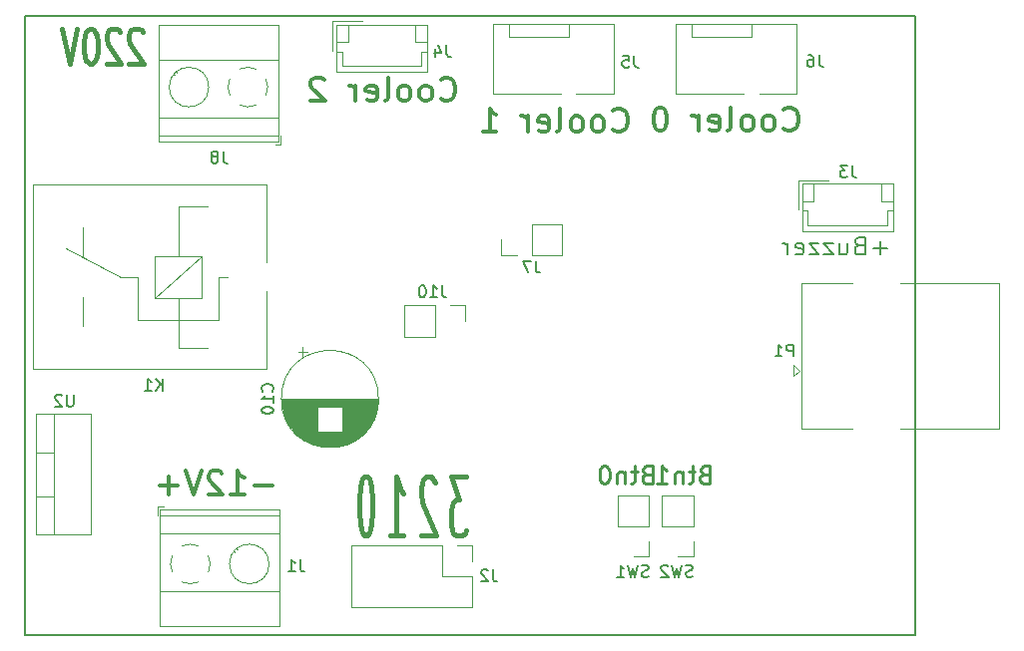
<source format=gbr>
G04 #@! TF.GenerationSoftware,KiCad,Pcbnew,5.1.6*
G04 #@! TF.CreationDate,2020-10-24T20:22:56+03:00*
G04 #@! TF.ProjectId,stm32,73746d33-322e-46b6-9963-61645f706362,rev?*
G04 #@! TF.SameCoordinates,Original*
G04 #@! TF.FileFunction,Legend,Bot*
G04 #@! TF.FilePolarity,Positive*
%FSLAX46Y46*%
G04 Gerber Fmt 4.6, Leading zero omitted, Abs format (unit mm)*
G04 Created by KiCad (PCBNEW 5.1.6) date 2020-10-24 20:22:56*
%MOMM*%
%LPD*%
G01*
G04 APERTURE LIST*
%ADD10C,0.200000*%
%ADD11C,0.250000*%
%ADD12C,0.400000*%
%ADD13C,0.300000*%
G04 #@! TA.AperFunction,Profile*
%ADD14C,0.150000*%
G04 #@! TD*
%ADD15C,0.120000*%
%ADD16C,0.150000*%
G04 APERTURE END LIST*
D10*
X111091928Y-71665142D02*
X109949071Y-71665142D01*
X110520500Y-72236571D02*
X110520500Y-71093714D01*
X108734785Y-71450857D02*
X108520500Y-71522285D01*
X108449071Y-71593714D01*
X108377642Y-71736571D01*
X108377642Y-71950857D01*
X108449071Y-72093714D01*
X108520500Y-72165142D01*
X108663357Y-72236571D01*
X109234785Y-72236571D01*
X109234785Y-70736571D01*
X108734785Y-70736571D01*
X108591928Y-70808000D01*
X108520500Y-70879428D01*
X108449071Y-71022285D01*
X108449071Y-71165142D01*
X108520500Y-71308000D01*
X108591928Y-71379428D01*
X108734785Y-71450857D01*
X109234785Y-71450857D01*
X107091928Y-71236571D02*
X107091928Y-72236571D01*
X107734785Y-71236571D02*
X107734785Y-72022285D01*
X107663357Y-72165142D01*
X107520500Y-72236571D01*
X107306214Y-72236571D01*
X107163357Y-72165142D01*
X107091928Y-72093714D01*
X106520500Y-71236571D02*
X105734785Y-71236571D01*
X106520500Y-72236571D01*
X105734785Y-72236571D01*
X105306214Y-71236571D02*
X104520500Y-71236571D01*
X105306214Y-72236571D01*
X104520500Y-72236571D01*
X103377642Y-72165142D02*
X103520500Y-72236571D01*
X103806214Y-72236571D01*
X103949071Y-72165142D01*
X104020500Y-72022285D01*
X104020500Y-71450857D01*
X103949071Y-71308000D01*
X103806214Y-71236571D01*
X103520500Y-71236571D01*
X103377642Y-71308000D01*
X103306214Y-71450857D01*
X103306214Y-71593714D01*
X104020500Y-71736571D01*
X102663357Y-72236571D02*
X102663357Y-71236571D01*
X102663357Y-71522285D02*
X102591928Y-71379428D01*
X102520500Y-71308000D01*
X102377642Y-71236571D01*
X102234785Y-71236571D01*
D11*
X95594285Y-90881857D02*
X95380000Y-90953285D01*
X95308571Y-91024714D01*
X95237142Y-91167571D01*
X95237142Y-91381857D01*
X95308571Y-91524714D01*
X95380000Y-91596142D01*
X95522857Y-91667571D01*
X96094285Y-91667571D01*
X96094285Y-90167571D01*
X95594285Y-90167571D01*
X95451428Y-90239000D01*
X95380000Y-90310428D01*
X95308571Y-90453285D01*
X95308571Y-90596142D01*
X95380000Y-90739000D01*
X95451428Y-90810428D01*
X95594285Y-90881857D01*
X96094285Y-90881857D01*
X94808571Y-90667571D02*
X94237142Y-90667571D01*
X94594285Y-90167571D02*
X94594285Y-91453285D01*
X94522857Y-91596142D01*
X94380000Y-91667571D01*
X94237142Y-91667571D01*
X93737142Y-90667571D02*
X93737142Y-91667571D01*
X93737142Y-90810428D02*
X93665714Y-90739000D01*
X93522857Y-90667571D01*
X93308571Y-90667571D01*
X93165714Y-90739000D01*
X93094285Y-90881857D01*
X93094285Y-91667571D01*
X91594285Y-91667571D02*
X92451428Y-91667571D01*
X92022857Y-91667571D02*
X92022857Y-90167571D01*
X92165714Y-90381857D01*
X92308571Y-90524714D01*
X92451428Y-90596142D01*
X90704785Y-90881857D02*
X90490500Y-90953285D01*
X90419071Y-91024714D01*
X90347642Y-91167571D01*
X90347642Y-91381857D01*
X90419071Y-91524714D01*
X90490500Y-91596142D01*
X90633357Y-91667571D01*
X91204785Y-91667571D01*
X91204785Y-90167571D01*
X90704785Y-90167571D01*
X90561928Y-90239000D01*
X90490500Y-90310428D01*
X90419071Y-90453285D01*
X90419071Y-90596142D01*
X90490500Y-90739000D01*
X90561928Y-90810428D01*
X90704785Y-90881857D01*
X91204785Y-90881857D01*
X89919071Y-90667571D02*
X89347642Y-90667571D01*
X89704785Y-90167571D02*
X89704785Y-91453285D01*
X89633357Y-91596142D01*
X89490500Y-91667571D01*
X89347642Y-91667571D01*
X88847642Y-90667571D02*
X88847642Y-91667571D01*
X88847642Y-90810428D02*
X88776214Y-90739000D01*
X88633357Y-90667571D01*
X88419071Y-90667571D01*
X88276214Y-90739000D01*
X88204785Y-90881857D01*
X88204785Y-91667571D01*
X87204785Y-90167571D02*
X87061928Y-90167571D01*
X86919071Y-90239000D01*
X86847642Y-90310428D01*
X86776214Y-90453285D01*
X86704785Y-90739000D01*
X86704785Y-91096142D01*
X86776214Y-91381857D01*
X86847642Y-91524714D01*
X86919071Y-91596142D01*
X87061928Y-91667571D01*
X87204785Y-91667571D01*
X87347642Y-91596142D01*
X87419071Y-91524714D01*
X87490500Y-91381857D01*
X87561928Y-91096142D01*
X87561928Y-90739000D01*
X87490500Y-90453285D01*
X87419071Y-90310428D01*
X87347642Y-90239000D01*
X87204785Y-90167571D01*
D12*
X47937333Y-53309857D02*
X47842095Y-53167000D01*
X47651619Y-53024142D01*
X47175428Y-53024142D01*
X46984952Y-53167000D01*
X46889714Y-53309857D01*
X46794476Y-53595571D01*
X46794476Y-53881285D01*
X46889714Y-54309857D01*
X48032571Y-56024142D01*
X46794476Y-56024142D01*
X46032571Y-53309857D02*
X45937333Y-53167000D01*
X45746857Y-53024142D01*
X45270666Y-53024142D01*
X45080190Y-53167000D01*
X44984952Y-53309857D01*
X44889714Y-53595571D01*
X44889714Y-53881285D01*
X44984952Y-54309857D01*
X46127809Y-56024142D01*
X44889714Y-56024142D01*
X43651619Y-53024142D02*
X43461142Y-53024142D01*
X43270666Y-53167000D01*
X43175428Y-53309857D01*
X43080190Y-53595571D01*
X42984952Y-54167000D01*
X42984952Y-54881285D01*
X43080190Y-55452714D01*
X43175428Y-55738428D01*
X43270666Y-55881285D01*
X43461142Y-56024142D01*
X43651619Y-56024142D01*
X43842095Y-55881285D01*
X43937333Y-55738428D01*
X44032571Y-55452714D01*
X44127809Y-54881285D01*
X44127809Y-54167000D01*
X44032571Y-53595571D01*
X43937333Y-53309857D01*
X43842095Y-53167000D01*
X43651619Y-53024142D01*
X42413523Y-53024142D02*
X41746857Y-56024142D01*
X41080190Y-53024142D01*
D13*
X73257761Y-59000785D02*
X73353000Y-59096023D01*
X73638714Y-59191261D01*
X73829190Y-59191261D01*
X74114904Y-59096023D01*
X74305380Y-58905547D01*
X74400619Y-58715071D01*
X74495857Y-58334119D01*
X74495857Y-58048404D01*
X74400619Y-57667452D01*
X74305380Y-57476976D01*
X74114904Y-57286500D01*
X73829190Y-57191261D01*
X73638714Y-57191261D01*
X73353000Y-57286500D01*
X73257761Y-57381738D01*
X72114904Y-59191261D02*
X72305380Y-59096023D01*
X72400619Y-59000785D01*
X72495857Y-58810309D01*
X72495857Y-58238880D01*
X72400619Y-58048404D01*
X72305380Y-57953166D01*
X72114904Y-57857928D01*
X71829190Y-57857928D01*
X71638714Y-57953166D01*
X71543476Y-58048404D01*
X71448238Y-58238880D01*
X71448238Y-58810309D01*
X71543476Y-59000785D01*
X71638714Y-59096023D01*
X71829190Y-59191261D01*
X72114904Y-59191261D01*
X70305380Y-59191261D02*
X70495857Y-59096023D01*
X70591095Y-59000785D01*
X70686333Y-58810309D01*
X70686333Y-58238880D01*
X70591095Y-58048404D01*
X70495857Y-57953166D01*
X70305380Y-57857928D01*
X70019666Y-57857928D01*
X69829190Y-57953166D01*
X69733952Y-58048404D01*
X69638714Y-58238880D01*
X69638714Y-58810309D01*
X69733952Y-59000785D01*
X69829190Y-59096023D01*
X70019666Y-59191261D01*
X70305380Y-59191261D01*
X68495857Y-59191261D02*
X68686333Y-59096023D01*
X68781571Y-58905547D01*
X68781571Y-57191261D01*
X66972047Y-59096023D02*
X67162523Y-59191261D01*
X67543476Y-59191261D01*
X67733952Y-59096023D01*
X67829190Y-58905547D01*
X67829190Y-58143642D01*
X67733952Y-57953166D01*
X67543476Y-57857928D01*
X67162523Y-57857928D01*
X66972047Y-57953166D01*
X66876809Y-58143642D01*
X66876809Y-58334119D01*
X67829190Y-58524595D01*
X66019666Y-59191261D02*
X66019666Y-57857928D01*
X66019666Y-58238880D02*
X65924428Y-58048404D01*
X65829190Y-57953166D01*
X65638714Y-57857928D01*
X65448238Y-57857928D01*
X63353000Y-57381738D02*
X63257761Y-57286500D01*
X63067285Y-57191261D01*
X62591095Y-57191261D01*
X62400619Y-57286500D01*
X62305380Y-57381738D01*
X62210142Y-57572214D01*
X62210142Y-57762690D01*
X62305380Y-58048404D01*
X63448238Y-59191261D01*
X62210142Y-59191261D01*
X87862761Y-61604285D02*
X87958000Y-61699523D01*
X88243714Y-61794761D01*
X88434190Y-61794761D01*
X88719904Y-61699523D01*
X88910380Y-61509047D01*
X89005619Y-61318571D01*
X89100857Y-60937619D01*
X89100857Y-60651904D01*
X89005619Y-60270952D01*
X88910380Y-60080476D01*
X88719904Y-59890000D01*
X88434190Y-59794761D01*
X88243714Y-59794761D01*
X87958000Y-59890000D01*
X87862761Y-59985238D01*
X86719904Y-61794761D02*
X86910380Y-61699523D01*
X87005619Y-61604285D01*
X87100857Y-61413809D01*
X87100857Y-60842380D01*
X87005619Y-60651904D01*
X86910380Y-60556666D01*
X86719904Y-60461428D01*
X86434190Y-60461428D01*
X86243714Y-60556666D01*
X86148476Y-60651904D01*
X86053238Y-60842380D01*
X86053238Y-61413809D01*
X86148476Y-61604285D01*
X86243714Y-61699523D01*
X86434190Y-61794761D01*
X86719904Y-61794761D01*
X84910380Y-61794761D02*
X85100857Y-61699523D01*
X85196095Y-61604285D01*
X85291333Y-61413809D01*
X85291333Y-60842380D01*
X85196095Y-60651904D01*
X85100857Y-60556666D01*
X84910380Y-60461428D01*
X84624666Y-60461428D01*
X84434190Y-60556666D01*
X84338952Y-60651904D01*
X84243714Y-60842380D01*
X84243714Y-61413809D01*
X84338952Y-61604285D01*
X84434190Y-61699523D01*
X84624666Y-61794761D01*
X84910380Y-61794761D01*
X83100857Y-61794761D02*
X83291333Y-61699523D01*
X83386571Y-61509047D01*
X83386571Y-59794761D01*
X81577047Y-61699523D02*
X81767523Y-61794761D01*
X82148476Y-61794761D01*
X82338952Y-61699523D01*
X82434190Y-61509047D01*
X82434190Y-60747142D01*
X82338952Y-60556666D01*
X82148476Y-60461428D01*
X81767523Y-60461428D01*
X81577047Y-60556666D01*
X81481809Y-60747142D01*
X81481809Y-60937619D01*
X82434190Y-61128095D01*
X80624666Y-61794761D02*
X80624666Y-60461428D01*
X80624666Y-60842380D02*
X80529428Y-60651904D01*
X80434190Y-60556666D01*
X80243714Y-60461428D01*
X80053238Y-60461428D01*
X76815142Y-61794761D02*
X77958000Y-61794761D01*
X77386571Y-61794761D02*
X77386571Y-59794761D01*
X77577047Y-60080476D01*
X77767523Y-60270952D01*
X77958000Y-60366190D01*
X102340761Y-61540785D02*
X102436000Y-61636023D01*
X102721714Y-61731261D01*
X102912190Y-61731261D01*
X103197904Y-61636023D01*
X103388380Y-61445547D01*
X103483619Y-61255071D01*
X103578857Y-60874119D01*
X103578857Y-60588404D01*
X103483619Y-60207452D01*
X103388380Y-60016976D01*
X103197904Y-59826500D01*
X102912190Y-59731261D01*
X102721714Y-59731261D01*
X102436000Y-59826500D01*
X102340761Y-59921738D01*
X101197904Y-61731261D02*
X101388380Y-61636023D01*
X101483619Y-61540785D01*
X101578857Y-61350309D01*
X101578857Y-60778880D01*
X101483619Y-60588404D01*
X101388380Y-60493166D01*
X101197904Y-60397928D01*
X100912190Y-60397928D01*
X100721714Y-60493166D01*
X100626476Y-60588404D01*
X100531238Y-60778880D01*
X100531238Y-61350309D01*
X100626476Y-61540785D01*
X100721714Y-61636023D01*
X100912190Y-61731261D01*
X101197904Y-61731261D01*
X99388380Y-61731261D02*
X99578857Y-61636023D01*
X99674095Y-61540785D01*
X99769333Y-61350309D01*
X99769333Y-60778880D01*
X99674095Y-60588404D01*
X99578857Y-60493166D01*
X99388380Y-60397928D01*
X99102666Y-60397928D01*
X98912190Y-60493166D01*
X98816952Y-60588404D01*
X98721714Y-60778880D01*
X98721714Y-61350309D01*
X98816952Y-61540785D01*
X98912190Y-61636023D01*
X99102666Y-61731261D01*
X99388380Y-61731261D01*
X97578857Y-61731261D02*
X97769333Y-61636023D01*
X97864571Y-61445547D01*
X97864571Y-59731261D01*
X96055047Y-61636023D02*
X96245523Y-61731261D01*
X96626476Y-61731261D01*
X96816952Y-61636023D01*
X96912190Y-61445547D01*
X96912190Y-60683642D01*
X96816952Y-60493166D01*
X96626476Y-60397928D01*
X96245523Y-60397928D01*
X96055047Y-60493166D01*
X95959809Y-60683642D01*
X95959809Y-60874119D01*
X96912190Y-61064595D01*
X95102666Y-61731261D02*
X95102666Y-60397928D01*
X95102666Y-60778880D02*
X95007428Y-60588404D01*
X94912190Y-60493166D01*
X94721714Y-60397928D01*
X94531238Y-60397928D01*
X91959809Y-59731261D02*
X91769333Y-59731261D01*
X91578857Y-59826500D01*
X91483619Y-59921738D01*
X91388380Y-60112214D01*
X91293142Y-60493166D01*
X91293142Y-60969357D01*
X91388380Y-61350309D01*
X91483619Y-61540785D01*
X91578857Y-61636023D01*
X91769333Y-61731261D01*
X91959809Y-61731261D01*
X92150285Y-61636023D01*
X92245523Y-61540785D01*
X92340761Y-61350309D01*
X92436000Y-60969357D01*
X92436000Y-60493166D01*
X92340761Y-60112214D01*
X92245523Y-59921738D01*
X92150285Y-59826500D01*
X91959809Y-59731261D01*
X58954404Y-91830357D02*
X57430595Y-91830357D01*
X55430595Y-92592261D02*
X56573452Y-92592261D01*
X56002023Y-92592261D02*
X56002023Y-90592261D01*
X56192500Y-90877976D01*
X56382976Y-91068452D01*
X56573452Y-91163690D01*
X54668690Y-90782738D02*
X54573452Y-90687500D01*
X54382976Y-90592261D01*
X53906785Y-90592261D01*
X53716309Y-90687500D01*
X53621071Y-90782738D01*
X53525833Y-90973214D01*
X53525833Y-91163690D01*
X53621071Y-91449404D01*
X54763928Y-92592261D01*
X53525833Y-92592261D01*
X52954404Y-90592261D02*
X52287738Y-92592261D01*
X51621071Y-90592261D01*
X50954404Y-91830357D02*
X49430595Y-91830357D01*
X50192500Y-92592261D02*
X50192500Y-91068452D01*
D12*
X66987738Y-91044904D02*
X66797261Y-91044904D01*
X66606785Y-91283000D01*
X66511547Y-91521095D01*
X66416309Y-91997285D01*
X66321071Y-92949666D01*
X66321071Y-94140142D01*
X66416309Y-95092523D01*
X66511547Y-95568714D01*
X66606785Y-95806809D01*
X66797261Y-96044904D01*
X66987738Y-96044904D01*
X67178214Y-95806809D01*
X67273452Y-95568714D01*
X67368690Y-95092523D01*
X67463928Y-94140142D01*
X67463928Y-92949666D01*
X67368690Y-91997285D01*
X67273452Y-91521095D01*
X67178214Y-91283000D01*
X66987738Y-91044904D01*
X68924571Y-96044904D02*
X70067428Y-96044904D01*
X69496000Y-96044904D02*
X69496000Y-91044904D01*
X69686476Y-91759190D01*
X69876952Y-92235380D01*
X70067428Y-92473476D01*
X72734428Y-91584595D02*
X72639190Y-91346500D01*
X72448714Y-91108404D01*
X71972523Y-91108404D01*
X71782047Y-91346500D01*
X71686809Y-91584595D01*
X71591571Y-92060785D01*
X71591571Y-92536976D01*
X71686809Y-93251261D01*
X72829666Y-96108404D01*
X71591571Y-96108404D01*
X75369666Y-91108404D02*
X74131571Y-91108404D01*
X74798238Y-93013166D01*
X74512523Y-93013166D01*
X74322047Y-93251261D01*
X74226809Y-93489357D01*
X74131571Y-93965547D01*
X74131571Y-95156023D01*
X74226809Y-95632214D01*
X74322047Y-95870309D01*
X74512523Y-96108404D01*
X75083952Y-96108404D01*
X75274428Y-95870309D01*
X75369666Y-95632214D01*
D14*
X38000000Y-104500000D02*
X38000000Y-52000000D01*
X113500000Y-104500000D02*
X38000000Y-104500000D01*
X113500000Y-52000000D02*
X113500000Y-104500000D01*
X38000000Y-52000000D02*
X113500000Y-52000000D01*
D15*
X99580000Y-53710000D02*
X99580000Y-52700000D01*
X94500000Y-53710000D02*
X99580000Y-53710000D01*
X94500000Y-52700000D02*
X94500000Y-53710000D01*
X93150000Y-52600000D02*
X93150000Y-58600000D01*
X103450000Y-52600000D02*
X93150000Y-52600000D01*
X103450000Y-58550000D02*
X103450000Y-52600000D01*
X100250000Y-58550000D02*
X103450000Y-58550000D01*
X93150000Y-58600000D02*
X98900000Y-58600000D01*
X77650000Y-58600000D02*
X83400000Y-58600000D01*
X84750000Y-58550000D02*
X87950000Y-58550000D01*
X87950000Y-58550000D02*
X87950000Y-52600000D01*
X87950000Y-52600000D02*
X77650000Y-52600000D01*
X77650000Y-52600000D02*
X77650000Y-58600000D01*
X79000000Y-52700000D02*
X79000000Y-53710000D01*
X79000000Y-53710000D02*
X84080000Y-53710000D01*
X84080000Y-53710000D02*
X84080000Y-52700000D01*
X49200000Y-93600000D02*
X49700000Y-93600000D01*
X49200000Y-94340000D02*
X49200000Y-93600000D01*
X55773000Y-97477000D02*
X55726000Y-97431000D01*
X58070000Y-99775000D02*
X58035000Y-99739000D01*
X55966000Y-97261000D02*
X55931000Y-97226000D01*
X58275000Y-99569000D02*
X58228000Y-99523000D01*
X59560000Y-103761000D02*
X59560000Y-93840000D01*
X49440000Y-103761000D02*
X49440000Y-93840000D01*
X49440000Y-93840000D02*
X59560000Y-93840000D01*
X49440000Y-103761000D02*
X59560000Y-103761000D01*
X49440000Y-100801000D02*
X59560000Y-100801000D01*
X49440000Y-95900000D02*
X59560000Y-95900000D01*
X49440000Y-94400000D02*
X59560000Y-94400000D01*
X58680000Y-98500000D02*
G75*
G03*
X58680000Y-98500000I-1680000J0D01*
G01*
X52683318Y-96965244D02*
G75*
G03*
X52000000Y-96820000I-683318J-1534756D01*
G01*
X53535426Y-99183042D02*
G75*
G03*
X53535000Y-97816000I-1535426J683042D01*
G01*
X51316958Y-100035426D02*
G75*
G03*
X52684000Y-100035000I683042J1535426D01*
G01*
X50464574Y-97816958D02*
G75*
G03*
X50465000Y-99184000I1535426J-683042D01*
G01*
X52028805Y-96819747D02*
G75*
G03*
X51316000Y-96965000I-28805J-1680253D01*
G01*
X75932000Y-98255500D02*
X75932000Y-96925500D01*
X75932000Y-96925500D02*
X74602000Y-96925500D01*
X75932000Y-99525500D02*
X73332000Y-99525500D01*
X73332000Y-99525500D02*
X73332000Y-96925500D01*
X73332000Y-96925500D02*
X65652000Y-96925500D01*
X65652000Y-102125500D02*
X65652000Y-96925500D01*
X75932000Y-102125500D02*
X65652000Y-102125500D01*
X75932000Y-102125500D02*
X75932000Y-99525500D01*
X103890000Y-70210000D02*
X103890000Y-66190000D01*
X103890000Y-66190000D02*
X111610000Y-66190000D01*
X111610000Y-66190000D02*
X111610000Y-70210000D01*
X111610000Y-70210000D02*
X103890000Y-70210000D01*
X103890000Y-68500000D02*
X104390000Y-68500000D01*
X104390000Y-68500000D02*
X104390000Y-69710000D01*
X104390000Y-69710000D02*
X111110000Y-69710000D01*
X111110000Y-69710000D02*
X111110000Y-68500000D01*
X111110000Y-68500000D02*
X111610000Y-68500000D01*
X103890000Y-67690000D02*
X104890000Y-67690000D01*
X104890000Y-67690000D02*
X104890000Y-66190000D01*
X111610000Y-67690000D02*
X110610000Y-67690000D01*
X110610000Y-67690000D02*
X110610000Y-66190000D01*
X103590000Y-68390000D02*
X103590000Y-65890000D01*
X103590000Y-65890000D02*
X106090000Y-65890000D01*
X64090000Y-52390000D02*
X66590000Y-52390000D01*
X64090000Y-54890000D02*
X64090000Y-52390000D01*
X71110000Y-54190000D02*
X71110000Y-52690000D01*
X72110000Y-54190000D02*
X71110000Y-54190000D01*
X65390000Y-54190000D02*
X65390000Y-52690000D01*
X64390000Y-54190000D02*
X65390000Y-54190000D01*
X71610000Y-55000000D02*
X72110000Y-55000000D01*
X71610000Y-56210000D02*
X71610000Y-55000000D01*
X64890000Y-56210000D02*
X71610000Y-56210000D01*
X64890000Y-55000000D02*
X64890000Y-56210000D01*
X64390000Y-55000000D02*
X64890000Y-55000000D01*
X72110000Y-56710000D02*
X64390000Y-56710000D01*
X72110000Y-52690000D02*
X72110000Y-56710000D01*
X64390000Y-52690000D02*
X72110000Y-52690000D01*
X64390000Y-56710000D02*
X64390000Y-52690000D01*
X59685500Y-62900000D02*
X59185500Y-62900000D01*
X59685500Y-62160000D02*
X59685500Y-62900000D01*
X53112500Y-59023000D02*
X53159500Y-59069000D01*
X50815500Y-56725000D02*
X50850500Y-56761000D01*
X52919500Y-59239000D02*
X52954500Y-59274000D01*
X50610500Y-56931000D02*
X50657500Y-56977000D01*
X49325500Y-52739000D02*
X49325500Y-62660000D01*
X59445500Y-52739000D02*
X59445500Y-62660000D01*
X59445500Y-62660000D02*
X49325500Y-62660000D01*
X59445500Y-52739000D02*
X49325500Y-52739000D01*
X59445500Y-55699000D02*
X49325500Y-55699000D01*
X59445500Y-60600000D02*
X49325500Y-60600000D01*
X59445500Y-62100000D02*
X49325500Y-62100000D01*
X53565500Y-58000000D02*
G75*
G03*
X53565500Y-58000000I-1680000J0D01*
G01*
X56202182Y-59534756D02*
G75*
G03*
X56885500Y-59680000I683318J1534756D01*
G01*
X55350074Y-57316958D02*
G75*
G03*
X55350500Y-58684000I1535426J-683042D01*
G01*
X57568542Y-56464574D02*
G75*
G03*
X56201500Y-56465000I-683042J-1535426D01*
G01*
X58420926Y-58683042D02*
G75*
G03*
X58420500Y-57316000I-1535426J683042D01*
G01*
X56856695Y-59680253D02*
G75*
G03*
X57569500Y-59535000I28805J1680253D01*
G01*
X58425200Y-75307720D02*
X58425200Y-81907720D01*
X58425200Y-66307720D02*
X58425200Y-72907720D01*
X58425200Y-66307720D02*
X38625200Y-66307720D01*
X38625200Y-66307720D02*
X38625200Y-81907720D01*
X38625200Y-81907720D02*
X58425200Y-81907720D01*
X42875200Y-78307720D02*
X42875200Y-75857720D01*
X42875200Y-69907720D02*
X42875200Y-72407720D01*
X53475200Y-80157720D02*
X50975200Y-80157720D01*
X54375200Y-74157720D02*
X55175200Y-74157720D01*
X50975200Y-68157720D02*
X53475200Y-68157720D01*
X47575200Y-74157720D02*
X46075200Y-74157720D01*
X46075200Y-74157720D02*
X41475200Y-71657720D01*
X47575200Y-77757720D02*
X54375200Y-77757720D01*
X47575200Y-74157720D02*
X47575200Y-77757720D01*
X54375200Y-74157720D02*
X54375200Y-77757720D01*
X50975200Y-68157720D02*
X50975200Y-72357720D01*
X50975200Y-75957720D02*
X50975200Y-80157720D01*
X48975200Y-75957720D02*
X52975200Y-72357720D01*
X52975200Y-75957720D02*
X52975200Y-72357720D01*
X52975200Y-72357720D02*
X48975200Y-72357720D01*
X48975200Y-72357720D02*
X48975200Y-75957720D01*
X48975200Y-75957720D02*
X52975200Y-75957720D01*
X103143000Y-81563000D02*
X103643000Y-82063000D01*
X103143000Y-82563000D02*
X103143000Y-81563000D01*
X103643000Y-82063000D02*
X103143000Y-82563000D01*
X120583000Y-74653000D02*
X112223000Y-74653000D01*
X120583000Y-86973000D02*
X120583000Y-74653000D01*
X112223000Y-86973000D02*
X120583000Y-86973000D01*
X103863000Y-74653000D02*
X108123000Y-74653000D01*
X103863000Y-86973000D02*
X103863000Y-74653000D01*
X108123000Y-86973000D02*
X103863000Y-86973000D01*
X88258000Y-95271000D02*
X90918000Y-95271000D01*
X88258000Y-95271000D02*
X88258000Y-92671000D01*
X88258000Y-92671000D02*
X90918000Y-92671000D01*
X90918000Y-95271000D02*
X90918000Y-92671000D01*
X90918000Y-97871000D02*
X90918000Y-96541000D01*
X89588000Y-97871000D02*
X90918000Y-97871000D01*
X93334500Y-97871000D02*
X94664500Y-97871000D01*
X94664500Y-97871000D02*
X94664500Y-96541000D01*
X94664500Y-95271000D02*
X94664500Y-92671000D01*
X92004500Y-92671000D02*
X94664500Y-92671000D01*
X92004500Y-95271000D02*
X92004500Y-92671000D01*
X92004500Y-95271000D02*
X94664500Y-95271000D01*
X38883500Y-92740500D02*
X40393500Y-92740500D01*
X38883500Y-89039500D02*
X40393500Y-89039500D01*
X40393500Y-85769500D02*
X40393500Y-96009500D01*
X38883500Y-96009500D02*
X43524500Y-96009500D01*
X38883500Y-85769500D02*
X43524500Y-85769500D01*
X43524500Y-85769500D02*
X43524500Y-96009500D01*
X38883500Y-85769500D02*
X38883500Y-96009500D01*
X78352000Y-70950500D02*
X78352000Y-72280500D01*
X78352000Y-72280500D02*
X79682000Y-72280500D01*
X80952000Y-72280500D02*
X83552000Y-72280500D01*
X83552000Y-69620500D02*
X83552000Y-72280500D01*
X80952000Y-69620500D02*
X83552000Y-69620500D01*
X80952000Y-69620500D02*
X80952000Y-72280500D01*
X72730000Y-79202000D02*
X72730000Y-76542000D01*
X72730000Y-79202000D02*
X70130000Y-79202000D01*
X70130000Y-79202000D02*
X70130000Y-76542000D01*
X72730000Y-76542000D02*
X70130000Y-76542000D01*
X75330000Y-76542000D02*
X74000000Y-76542000D01*
X75330000Y-77872000D02*
X75330000Y-76542000D01*
X61129500Y-80474302D02*
X61929500Y-80474302D01*
X61529500Y-80074302D02*
X61529500Y-80874302D01*
X63311500Y-88565000D02*
X64377500Y-88565000D01*
X63076500Y-88525000D02*
X64612500Y-88525000D01*
X62896500Y-88485000D02*
X64792500Y-88485000D01*
X62746500Y-88445000D02*
X64942500Y-88445000D01*
X62615500Y-88405000D02*
X65073500Y-88405000D01*
X62498500Y-88365000D02*
X65190500Y-88365000D01*
X62391500Y-88325000D02*
X65297500Y-88325000D01*
X62292500Y-88285000D02*
X65396500Y-88285000D01*
X62199500Y-88245000D02*
X65489500Y-88245000D01*
X62113500Y-88205000D02*
X65575500Y-88205000D01*
X62031500Y-88165000D02*
X65657500Y-88165000D01*
X61954500Y-88125000D02*
X65734500Y-88125000D01*
X61880500Y-88085000D02*
X65808500Y-88085000D01*
X61810500Y-88045000D02*
X65878500Y-88045000D01*
X61742500Y-88005000D02*
X65946500Y-88005000D01*
X61678500Y-87965000D02*
X66010500Y-87965000D01*
X61616500Y-87925000D02*
X66072500Y-87925000D01*
X61557500Y-87885000D02*
X66131500Y-87885000D01*
X61499500Y-87845000D02*
X66189500Y-87845000D01*
X61444500Y-87805000D02*
X66244500Y-87805000D01*
X61390500Y-87765000D02*
X66298500Y-87765000D01*
X61339500Y-87725000D02*
X66349500Y-87725000D01*
X61288500Y-87685000D02*
X66400500Y-87685000D01*
X61240500Y-87645000D02*
X66448500Y-87645000D01*
X61193500Y-87605000D02*
X66495500Y-87605000D01*
X61147500Y-87565000D02*
X66541500Y-87565000D01*
X61103500Y-87525000D02*
X66585500Y-87525000D01*
X61060500Y-87485000D02*
X66628500Y-87485000D01*
X61018500Y-87445000D02*
X66670500Y-87445000D01*
X60977500Y-87405000D02*
X66711500Y-87405000D01*
X60937500Y-87365000D02*
X66751500Y-87365000D01*
X60899500Y-87325000D02*
X66789500Y-87325000D01*
X60861500Y-87285000D02*
X66827500Y-87285000D01*
X64884500Y-87245000D02*
X66863500Y-87245000D01*
X60825500Y-87245000D02*
X62804500Y-87245000D01*
X64884500Y-87205000D02*
X66899500Y-87205000D01*
X60789500Y-87205000D02*
X62804500Y-87205000D01*
X64884500Y-87165000D02*
X66934500Y-87165000D01*
X60754500Y-87165000D02*
X62804500Y-87165000D01*
X64884500Y-87125000D02*
X66968500Y-87125000D01*
X60720500Y-87125000D02*
X62804500Y-87125000D01*
X64884500Y-87085000D02*
X67000500Y-87085000D01*
X60688500Y-87085000D02*
X62804500Y-87085000D01*
X64884500Y-87045000D02*
X67033500Y-87045000D01*
X60655500Y-87045000D02*
X62804500Y-87045000D01*
X64884500Y-87005000D02*
X67064500Y-87005000D01*
X60624500Y-87005000D02*
X62804500Y-87005000D01*
X64884500Y-86965000D02*
X67094500Y-86965000D01*
X60594500Y-86965000D02*
X62804500Y-86965000D01*
X64884500Y-86925000D02*
X67124500Y-86925000D01*
X60564500Y-86925000D02*
X62804500Y-86925000D01*
X64884500Y-86885000D02*
X67153500Y-86885000D01*
X60535500Y-86885000D02*
X62804500Y-86885000D01*
X64884500Y-86845000D02*
X67182500Y-86845000D01*
X60506500Y-86845000D02*
X62804500Y-86845000D01*
X64884500Y-86805000D02*
X67209500Y-86805000D01*
X60479500Y-86805000D02*
X62804500Y-86805000D01*
X64884500Y-86765000D02*
X67236500Y-86765000D01*
X60452500Y-86765000D02*
X62804500Y-86765000D01*
X64884500Y-86725000D02*
X67262500Y-86725000D01*
X60426500Y-86725000D02*
X62804500Y-86725000D01*
X64884500Y-86685000D02*
X67288500Y-86685000D01*
X60400500Y-86685000D02*
X62804500Y-86685000D01*
X64884500Y-86645000D02*
X67313500Y-86645000D01*
X60375500Y-86645000D02*
X62804500Y-86645000D01*
X64884500Y-86605000D02*
X67337500Y-86605000D01*
X60351500Y-86605000D02*
X62804500Y-86605000D01*
X64884500Y-86565000D02*
X67361500Y-86565000D01*
X60327500Y-86565000D02*
X62804500Y-86565000D01*
X64884500Y-86525000D02*
X67384500Y-86525000D01*
X60304500Y-86525000D02*
X62804500Y-86525000D01*
X64884500Y-86485000D02*
X67406500Y-86485000D01*
X60282500Y-86485000D02*
X62804500Y-86485000D01*
X64884500Y-86445000D02*
X67428500Y-86445000D01*
X60260500Y-86445000D02*
X62804500Y-86445000D01*
X64884500Y-86405000D02*
X67450500Y-86405000D01*
X60238500Y-86405000D02*
X62804500Y-86405000D01*
X64884500Y-86365000D02*
X67471500Y-86365000D01*
X60217500Y-86365000D02*
X62804500Y-86365000D01*
X64884500Y-86325000D02*
X67491500Y-86325000D01*
X60197500Y-86325000D02*
X62804500Y-86325000D01*
X64884500Y-86285000D02*
X67510500Y-86285000D01*
X60178500Y-86285000D02*
X62804500Y-86285000D01*
X64884500Y-86245000D02*
X67530500Y-86245000D01*
X60158500Y-86245000D02*
X62804500Y-86245000D01*
X64884500Y-86205000D02*
X67548500Y-86205000D01*
X60140500Y-86205000D02*
X62804500Y-86205000D01*
X64884500Y-86165000D02*
X67566500Y-86165000D01*
X60122500Y-86165000D02*
X62804500Y-86165000D01*
X64884500Y-86125000D02*
X67584500Y-86125000D01*
X60104500Y-86125000D02*
X62804500Y-86125000D01*
X64884500Y-86085000D02*
X67601500Y-86085000D01*
X60087500Y-86085000D02*
X62804500Y-86085000D01*
X64884500Y-86045000D02*
X67618500Y-86045000D01*
X60070500Y-86045000D02*
X62804500Y-86045000D01*
X64884500Y-86005000D02*
X67634500Y-86005000D01*
X60054500Y-86005000D02*
X62804500Y-86005000D01*
X64884500Y-85965000D02*
X67649500Y-85965000D01*
X60039500Y-85965000D02*
X62804500Y-85965000D01*
X64884500Y-85925000D02*
X67665500Y-85925000D01*
X60023500Y-85925000D02*
X62804500Y-85925000D01*
X64884500Y-85885000D02*
X67679500Y-85885000D01*
X60009500Y-85885000D02*
X62804500Y-85885000D01*
X64884500Y-85845000D02*
X67694500Y-85845000D01*
X59994500Y-85845000D02*
X62804500Y-85845000D01*
X64884500Y-85805000D02*
X67707500Y-85805000D01*
X59981500Y-85805000D02*
X62804500Y-85805000D01*
X64884500Y-85765000D02*
X67721500Y-85765000D01*
X59967500Y-85765000D02*
X62804500Y-85765000D01*
X64884500Y-85725000D02*
X67733500Y-85725000D01*
X59955500Y-85725000D02*
X62804500Y-85725000D01*
X64884500Y-85685000D02*
X67746500Y-85685000D01*
X59942500Y-85685000D02*
X62804500Y-85685000D01*
X64884500Y-85645000D02*
X67758500Y-85645000D01*
X59930500Y-85645000D02*
X62804500Y-85645000D01*
X64884500Y-85605000D02*
X67769500Y-85605000D01*
X59919500Y-85605000D02*
X62804500Y-85605000D01*
X64884500Y-85565000D02*
X67780500Y-85565000D01*
X59908500Y-85565000D02*
X62804500Y-85565000D01*
X64884500Y-85525000D02*
X67791500Y-85525000D01*
X59897500Y-85525000D02*
X62804500Y-85525000D01*
X64884500Y-85485000D02*
X67801500Y-85485000D01*
X59887500Y-85485000D02*
X62804500Y-85485000D01*
X64884500Y-85445000D02*
X67811500Y-85445000D01*
X59877500Y-85445000D02*
X62804500Y-85445000D01*
X64884500Y-85405000D02*
X67820500Y-85405000D01*
X59868500Y-85405000D02*
X62804500Y-85405000D01*
X64884500Y-85365000D02*
X67829500Y-85365000D01*
X59859500Y-85365000D02*
X62804500Y-85365000D01*
X64884500Y-85325000D02*
X67838500Y-85325000D01*
X59850500Y-85325000D02*
X62804500Y-85325000D01*
X64884500Y-85285000D02*
X67846500Y-85285000D01*
X59842500Y-85285000D02*
X62804500Y-85285000D01*
X64884500Y-85245000D02*
X67854500Y-85245000D01*
X59834500Y-85245000D02*
X62804500Y-85245000D01*
X64884500Y-85205000D02*
X67861500Y-85205000D01*
X59827500Y-85205000D02*
X62804500Y-85205000D01*
X59820500Y-85164000D02*
X67868500Y-85164000D01*
X59814500Y-85124000D02*
X67874500Y-85124000D01*
X59807500Y-85084000D02*
X67881500Y-85084000D01*
X59802500Y-85044000D02*
X67886500Y-85044000D01*
X59796500Y-85004000D02*
X67892500Y-85004000D01*
X59792500Y-84964000D02*
X67896500Y-84964000D01*
X59787500Y-84924000D02*
X67901500Y-84924000D01*
X59783500Y-84884000D02*
X67905500Y-84884000D01*
X59779500Y-84844000D02*
X67909500Y-84844000D01*
X59776500Y-84804000D02*
X67912500Y-84804000D01*
X59773500Y-84764000D02*
X67915500Y-84764000D01*
X59770500Y-84724000D02*
X67918500Y-84724000D01*
X59768500Y-84684000D02*
X67920500Y-84684000D01*
X59767500Y-84644000D02*
X67921500Y-84644000D01*
X59765500Y-84604000D02*
X67923500Y-84604000D01*
X59764500Y-84564000D02*
X67924500Y-84564000D01*
X59764500Y-84524000D02*
X67924500Y-84524000D01*
X59764500Y-84484000D02*
X67924500Y-84484000D01*
X67964500Y-84484000D02*
G75*
G03*
X67964500Y-84484000I-4120000J0D01*
G01*
D16*
X105325833Y-55262380D02*
X105325833Y-55976666D01*
X105373452Y-56119523D01*
X105468690Y-56214761D01*
X105611547Y-56262380D01*
X105706785Y-56262380D01*
X104421071Y-55262380D02*
X104611547Y-55262380D01*
X104706785Y-55310000D01*
X104754404Y-55357619D01*
X104849642Y-55500476D01*
X104897261Y-55690952D01*
X104897261Y-56071904D01*
X104849642Y-56167142D01*
X104802023Y-56214761D01*
X104706785Y-56262380D01*
X104516309Y-56262380D01*
X104421071Y-56214761D01*
X104373452Y-56167142D01*
X104325833Y-56071904D01*
X104325833Y-55833809D01*
X104373452Y-55738571D01*
X104421071Y-55690952D01*
X104516309Y-55643333D01*
X104706785Y-55643333D01*
X104802023Y-55690952D01*
X104849642Y-55738571D01*
X104897261Y-55833809D01*
X89641333Y-55325880D02*
X89641333Y-56040166D01*
X89688952Y-56183023D01*
X89784190Y-56278261D01*
X89927047Y-56325880D01*
X90022285Y-56325880D01*
X88688952Y-55325880D02*
X89165142Y-55325880D01*
X89212761Y-55802071D01*
X89165142Y-55754452D01*
X89069904Y-55706833D01*
X88831809Y-55706833D01*
X88736571Y-55754452D01*
X88688952Y-55802071D01*
X88641333Y-55897309D01*
X88641333Y-56135404D01*
X88688952Y-56230642D01*
X88736571Y-56278261D01*
X88831809Y-56325880D01*
X89069904Y-56325880D01*
X89165142Y-56278261D01*
X89212761Y-56230642D01*
X61320333Y-98124880D02*
X61320333Y-98839166D01*
X61367952Y-98982023D01*
X61463190Y-99077261D01*
X61606047Y-99124880D01*
X61701285Y-99124880D01*
X60320333Y-99124880D02*
X60891761Y-99124880D01*
X60606047Y-99124880D02*
X60606047Y-98124880D01*
X60701285Y-98267738D01*
X60796523Y-98362976D01*
X60891761Y-98410595D01*
X77665833Y-98977880D02*
X77665833Y-99692166D01*
X77713452Y-99835023D01*
X77808690Y-99930261D01*
X77951547Y-99977880D01*
X78046785Y-99977880D01*
X77237261Y-99073119D02*
X77189642Y-99025500D01*
X77094404Y-98977880D01*
X76856309Y-98977880D01*
X76761071Y-99025500D01*
X76713452Y-99073119D01*
X76665833Y-99168357D01*
X76665833Y-99263595D01*
X76713452Y-99406452D01*
X77284880Y-99977880D01*
X76665833Y-99977880D01*
X108119833Y-64660380D02*
X108119833Y-65374666D01*
X108167452Y-65517523D01*
X108262690Y-65612761D01*
X108405547Y-65660380D01*
X108500785Y-65660380D01*
X107738880Y-64660380D02*
X107119833Y-64660380D01*
X107453166Y-65041333D01*
X107310309Y-65041333D01*
X107215071Y-65088952D01*
X107167452Y-65136571D01*
X107119833Y-65231809D01*
X107119833Y-65469904D01*
X107167452Y-65565142D01*
X107215071Y-65612761D01*
X107310309Y-65660380D01*
X107596023Y-65660380D01*
X107691261Y-65612761D01*
X107738880Y-65565142D01*
X73702833Y-54436880D02*
X73702833Y-55151166D01*
X73750452Y-55294023D01*
X73845690Y-55389261D01*
X73988547Y-55436880D01*
X74083785Y-55436880D01*
X72798071Y-54770214D02*
X72798071Y-55436880D01*
X73036166Y-54389261D02*
X73274261Y-55103547D01*
X72655214Y-55103547D01*
X54779833Y-63453880D02*
X54779833Y-64168166D01*
X54827452Y-64311023D01*
X54922690Y-64406261D01*
X55065547Y-64453880D01*
X55160785Y-64453880D01*
X54160785Y-63882452D02*
X54256023Y-63834833D01*
X54303642Y-63787214D01*
X54351261Y-63691976D01*
X54351261Y-63644357D01*
X54303642Y-63549119D01*
X54256023Y-63501500D01*
X54160785Y-63453880D01*
X53970309Y-63453880D01*
X53875071Y-63501500D01*
X53827452Y-63549119D01*
X53779833Y-63644357D01*
X53779833Y-63691976D01*
X53827452Y-63787214D01*
X53875071Y-63834833D01*
X53970309Y-63882452D01*
X54160785Y-63882452D01*
X54256023Y-63930071D01*
X54303642Y-63977690D01*
X54351261Y-64072928D01*
X54351261Y-64263404D01*
X54303642Y-64358642D01*
X54256023Y-64406261D01*
X54160785Y-64453880D01*
X53970309Y-64453880D01*
X53875071Y-64406261D01*
X53827452Y-64358642D01*
X53779833Y-64263404D01*
X53779833Y-64072928D01*
X53827452Y-63977690D01*
X53875071Y-63930071D01*
X53970309Y-63882452D01*
X49663295Y-83760100D02*
X49663295Y-82760100D01*
X49091866Y-83760100D02*
X49520438Y-83188672D01*
X49091866Y-82760100D02*
X49663295Y-83331529D01*
X48139485Y-83760100D02*
X48710914Y-83760100D01*
X48425200Y-83760100D02*
X48425200Y-82760100D01*
X48520438Y-82902958D01*
X48615676Y-82998196D01*
X48710914Y-83045815D01*
X103127695Y-80864380D02*
X103127695Y-79864380D01*
X102746742Y-79864380D01*
X102651504Y-79912000D01*
X102603885Y-79959619D01*
X102556266Y-80054857D01*
X102556266Y-80197714D01*
X102603885Y-80292952D01*
X102651504Y-80340571D01*
X102746742Y-80388190D01*
X103127695Y-80388190D01*
X101603885Y-80864380D02*
X102175314Y-80864380D01*
X101889600Y-80864380D02*
X101889600Y-79864380D01*
X101984838Y-80007238D01*
X102080076Y-80102476D01*
X102175314Y-80150095D01*
X90857833Y-99549261D02*
X90714976Y-99596880D01*
X90476880Y-99596880D01*
X90381642Y-99549261D01*
X90334023Y-99501642D01*
X90286404Y-99406404D01*
X90286404Y-99311166D01*
X90334023Y-99215928D01*
X90381642Y-99168309D01*
X90476880Y-99120690D01*
X90667357Y-99073071D01*
X90762595Y-99025452D01*
X90810214Y-98977833D01*
X90857833Y-98882595D01*
X90857833Y-98787357D01*
X90810214Y-98692119D01*
X90762595Y-98644500D01*
X90667357Y-98596880D01*
X90429261Y-98596880D01*
X90286404Y-98644500D01*
X89953071Y-98596880D02*
X89714976Y-99596880D01*
X89524500Y-98882595D01*
X89334023Y-99596880D01*
X89095928Y-98596880D01*
X88191166Y-99596880D02*
X88762595Y-99596880D01*
X88476880Y-99596880D02*
X88476880Y-98596880D01*
X88572119Y-98739738D01*
X88667357Y-98834976D01*
X88762595Y-98882595D01*
X94604333Y-99549261D02*
X94461476Y-99596880D01*
X94223380Y-99596880D01*
X94128142Y-99549261D01*
X94080523Y-99501642D01*
X94032904Y-99406404D01*
X94032904Y-99311166D01*
X94080523Y-99215928D01*
X94128142Y-99168309D01*
X94223380Y-99120690D01*
X94413857Y-99073071D01*
X94509095Y-99025452D01*
X94556714Y-98977833D01*
X94604333Y-98882595D01*
X94604333Y-98787357D01*
X94556714Y-98692119D01*
X94509095Y-98644500D01*
X94413857Y-98596880D01*
X94175761Y-98596880D01*
X94032904Y-98644500D01*
X93699571Y-98596880D02*
X93461476Y-99596880D01*
X93271000Y-98882595D01*
X93080523Y-99596880D01*
X92842428Y-98596880D01*
X92509095Y-98692119D02*
X92461476Y-98644500D01*
X92366238Y-98596880D01*
X92128142Y-98596880D01*
X92032904Y-98644500D01*
X91985285Y-98692119D01*
X91937666Y-98787357D01*
X91937666Y-98882595D01*
X91985285Y-99025452D01*
X92556714Y-99596880D01*
X91937666Y-99596880D01*
X42089904Y-84118880D02*
X42089904Y-84928404D01*
X42042285Y-85023642D01*
X41994666Y-85071261D01*
X41899428Y-85118880D01*
X41708952Y-85118880D01*
X41613714Y-85071261D01*
X41566095Y-85023642D01*
X41518476Y-84928404D01*
X41518476Y-84118880D01*
X41089904Y-84214119D02*
X41042285Y-84166500D01*
X40947047Y-84118880D01*
X40708952Y-84118880D01*
X40613714Y-84166500D01*
X40566095Y-84214119D01*
X40518476Y-84309357D01*
X40518476Y-84404595D01*
X40566095Y-84547452D01*
X41137523Y-85118880D01*
X40518476Y-85118880D01*
X81285333Y-72752380D02*
X81285333Y-73466666D01*
X81332952Y-73609523D01*
X81428190Y-73704761D01*
X81571047Y-73752380D01*
X81666285Y-73752380D01*
X80904380Y-72752380D02*
X80237714Y-72752380D01*
X80666285Y-73752380D01*
X73349023Y-74847880D02*
X73349023Y-75562166D01*
X73396642Y-75705023D01*
X73491880Y-75800261D01*
X73634738Y-75847880D01*
X73729976Y-75847880D01*
X72349023Y-75847880D02*
X72920452Y-75847880D01*
X72634738Y-75847880D02*
X72634738Y-74847880D01*
X72729976Y-74990738D01*
X72825214Y-75085976D01*
X72920452Y-75133595D01*
X71729976Y-74847880D02*
X71634738Y-74847880D01*
X71539500Y-74895500D01*
X71491880Y-74943119D01*
X71444261Y-75038357D01*
X71396642Y-75228833D01*
X71396642Y-75466928D01*
X71444261Y-75657404D01*
X71491880Y-75752642D01*
X71539500Y-75800261D01*
X71634738Y-75847880D01*
X71729976Y-75847880D01*
X71825214Y-75800261D01*
X71872833Y-75752642D01*
X71920452Y-75657404D01*
X71968071Y-75466928D01*
X71968071Y-75228833D01*
X71920452Y-75038357D01*
X71872833Y-74943119D01*
X71825214Y-74895500D01*
X71729976Y-74847880D01*
X58951642Y-83841142D02*
X58999261Y-83793523D01*
X59046880Y-83650666D01*
X59046880Y-83555428D01*
X58999261Y-83412571D01*
X58904023Y-83317333D01*
X58808785Y-83269714D01*
X58618309Y-83222095D01*
X58475452Y-83222095D01*
X58284976Y-83269714D01*
X58189738Y-83317333D01*
X58094500Y-83412571D01*
X58046880Y-83555428D01*
X58046880Y-83650666D01*
X58094500Y-83793523D01*
X58142119Y-83841142D01*
X59046880Y-84793523D02*
X59046880Y-84222095D01*
X59046880Y-84507809D02*
X58046880Y-84507809D01*
X58189738Y-84412571D01*
X58284976Y-84317333D01*
X58332595Y-84222095D01*
X58046880Y-85412571D02*
X58046880Y-85507809D01*
X58094500Y-85603047D01*
X58142119Y-85650666D01*
X58237357Y-85698285D01*
X58427833Y-85745904D01*
X58665928Y-85745904D01*
X58856404Y-85698285D01*
X58951642Y-85650666D01*
X58999261Y-85603047D01*
X59046880Y-85507809D01*
X59046880Y-85412571D01*
X58999261Y-85317333D01*
X58951642Y-85269714D01*
X58856404Y-85222095D01*
X58665928Y-85174476D01*
X58427833Y-85174476D01*
X58237357Y-85222095D01*
X58142119Y-85269714D01*
X58094500Y-85317333D01*
X58046880Y-85412571D01*
M02*

</source>
